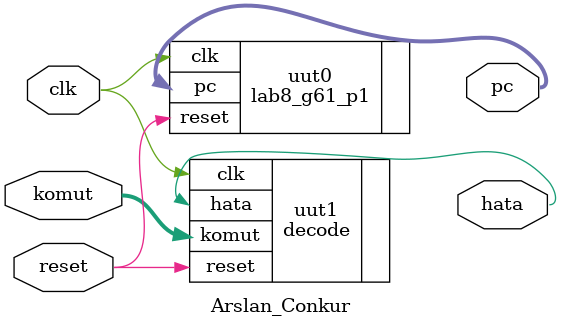
<source format=sv>
module Arslan_Conkur
(
	input logic clk, reset,
	input logic [31:0] komut, // decode
	output logic [31:0] pc, // fetch
	output logic hata // decode
);



lab8_g61_p1 uut0(.clk(clk), .reset(reset), .pc(pc));

decode uut1(.komut(komut), .clk(clk), .reset(reset), .hata(hata));


endmodule

</source>
